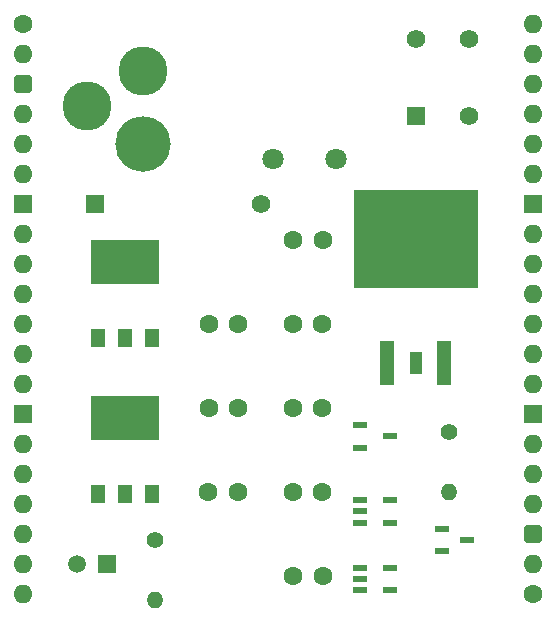
<source format=gts>
%TF.GenerationSoftware,KiCad,Pcbnew,8.0.7*%
%TF.CreationDate,2025-05-21T11:40:48+02:00*%
%TF.ProjectId,Power and Reset,506f7765-7220-4616-9e64-205265736574,V1*%
%TF.SameCoordinates,Original*%
%TF.FileFunction,Soldermask,Top*%
%TF.FilePolarity,Negative*%
%FSLAX46Y46*%
G04 Gerber Fmt 4.6, Leading zero omitted, Abs format (unit mm)*
G04 Created by KiCad (PCBNEW 8.0.7) date 2025-05-21 11:40:48*
%MOMM*%
%LPD*%
G01*
G04 APERTURE LIST*
G04 Aperture macros list*
%AMRoundRect*
0 Rectangle with rounded corners*
0 $1 Rounding radius*
0 $2 $3 $4 $5 $6 $7 $8 $9 X,Y pos of 4 corners*
0 Add a 4 corners polygon primitive as box body*
4,1,4,$2,$3,$4,$5,$6,$7,$8,$9,$2,$3,0*
0 Add four circle primitives for the rounded corners*
1,1,$1+$1,$2,$3*
1,1,$1+$1,$4,$5*
1,1,$1+$1,$6,$7*
1,1,$1+$1,$8,$9*
0 Add four rect primitives between the rounded corners*
20,1,$1+$1,$2,$3,$4,$5,0*
20,1,$1+$1,$4,$5,$6,$7,0*
20,1,$1+$1,$6,$7,$8,$9,0*
20,1,$1+$1,$8,$9,$2,$3,0*%
G04 Aperture macros list end*
%ADD10R,1.575000X1.575000*%
%ADD11C,1.575000*%
%ADD12R,1.500000X1.500000*%
%ADD13C,1.500000*%
%ADD14C,1.600000*%
%ADD15C,1.400000*%
%ADD16O,1.400000X1.400000*%
%ADD17C,4.700000*%
%ADD18C,4.150000*%
%ADD19R,1.250000X0.600000*%
%ADD20R,1.200000X1.500000*%
%ADD21R,5.842000X3.810000*%
%ADD22C,1.800000*%
%ADD23O,1.600000X1.600000*%
%ADD24RoundRect,0.400000X-0.400000X-0.400000X0.400000X-0.400000X0.400000X0.400000X-0.400000X0.400000X0*%
%ADD25R,1.600000X1.600000*%
%ADD26RoundRect,0.400000X0.400000X0.400000X-0.400000X0.400000X-0.400000X-0.400000X0.400000X-0.400000X0*%
%ADD27R,1.200000X0.600000*%
%ADD28R,1.287000X3.750000*%
%ADD29R,1.033000X1.890000*%
%ADD30R,10.500000X8.300000*%
G04 APERTURE END LIST*
D10*
%TO.C,S2*%
X33310000Y-7822000D03*
D11*
X33310000Y-1322000D03*
X37810001Y-7822000D03*
X37810000Y-1321999D03*
%TD*%
D12*
%TO.C,LED1*%
X7112000Y-45720000D03*
D13*
X4572000Y-45720000D03*
%TD*%
D14*
%TO.C,C8*%
X22892000Y-46736000D03*
X25392000Y-46736000D03*
%TD*%
D15*
%TO.C,R4*%
X11176000Y-43688000D03*
D16*
X11176000Y-48768000D03*
%TD*%
D17*
%TO.C,J1*%
X10160000Y-10160001D03*
D18*
X5460000Y-6960001D03*
X10160000Y-3960001D03*
%TD*%
D19*
%TO.C,IC4*%
X28595000Y-40325000D03*
X28595000Y-41275000D03*
X28595000Y-42225000D03*
X31095000Y-42225000D03*
X31095000Y-40325000D03*
%TD*%
D14*
%TO.C,C6*%
X22876000Y-39624000D03*
X25376000Y-39624000D03*
%TD*%
D10*
%TO.C,D1*%
X6096000Y-15240000D03*
D11*
X20196000Y-15240000D03*
%TD*%
D20*
%TO.C,IC2*%
X6336000Y-26568000D03*
X8636000Y-26568000D03*
X10936000Y-26568000D03*
D21*
X8636000Y-20193000D03*
%TD*%
D14*
%TO.C,C7*%
X15748000Y-32512000D03*
X18248000Y-32512000D03*
%TD*%
%TO.C,C1*%
X22876000Y-25400000D03*
X25376000Y-25400000D03*
%TD*%
D15*
%TO.C,R1*%
X36068000Y-34544000D03*
D16*
X36068000Y-39624000D03*
%TD*%
D19*
%TO.C,IC3*%
X35492000Y-42738000D03*
X35492000Y-44638000D03*
X37592000Y-43688000D03*
%TD*%
D14*
%TO.C,C5*%
X22876000Y-32512000D03*
X25376000Y-32512000D03*
%TD*%
D22*
%TO.C,S1*%
X21226000Y-11476000D03*
X26526000Y-11476000D03*
%TD*%
D14*
%TO.C,J2*%
X0Y0D03*
D23*
X0Y-2540000D03*
D24*
X0Y-5080000D03*
D23*
X0Y-7620000D03*
X0Y-10160000D03*
X0Y-12700000D03*
D25*
X0Y-15240000D03*
D23*
X0Y-17780000D03*
X0Y-20320000D03*
X0Y-22860000D03*
X0Y-25400000D03*
X0Y-27940000D03*
X0Y-30480000D03*
D25*
X0Y-33020000D03*
D23*
X0Y-35560000D03*
X0Y-38100000D03*
X0Y-40640000D03*
X0Y-43180000D03*
X0Y-45720000D03*
X0Y-48260000D03*
%TD*%
D14*
%TO.C,C4*%
X15764000Y-25400000D03*
X18264000Y-25400000D03*
%TD*%
%TO.C,C3*%
X15732000Y-39624000D03*
X18232000Y-39624000D03*
%TD*%
D20*
%TO.C,IC5*%
X6336000Y-39776000D03*
X8636000Y-39776000D03*
X10936000Y-39776000D03*
D21*
X8636000Y-33401000D03*
%TD*%
D14*
%TO.C,J3*%
X43180000Y-48260000D03*
D23*
X43180000Y-45720000D03*
D26*
X43180000Y-43180000D03*
D23*
X43180000Y-40640000D03*
X43180000Y-38100000D03*
X43180000Y-35560000D03*
D25*
X43180000Y-33020000D03*
D23*
X43180000Y-30480000D03*
X43180000Y-27940000D03*
X43180000Y-25400000D03*
X43180000Y-22860000D03*
X43180000Y-20320000D03*
X43180000Y-17780000D03*
D25*
X43180000Y-15240000D03*
D23*
X43180000Y-12700000D03*
X43180000Y-10160000D03*
X43180000Y-7620000D03*
X43180000Y-5080000D03*
X43180000Y-2540000D03*
X43180000Y0D03*
%TD*%
D14*
%TO.C,C2*%
X22891999Y-18288000D03*
X25391999Y-18288000D03*
%TD*%
D27*
%TO.C,IC6*%
X28595000Y-33975000D03*
X28595000Y-35875000D03*
X31095000Y-34925000D03*
%TD*%
D19*
%TO.C,IC7*%
X28595000Y-46040000D03*
X28595000Y-46990000D03*
X28595000Y-47940000D03*
X31095000Y-47940000D03*
X31095000Y-46040000D03*
%TD*%
D28*
%TO.C,IC1*%
X30852500Y-28752000D03*
D29*
X33282500Y-28702000D03*
D28*
X35695500Y-28752000D03*
D30*
X33274000Y-18252000D03*
%TD*%
M02*

</source>
